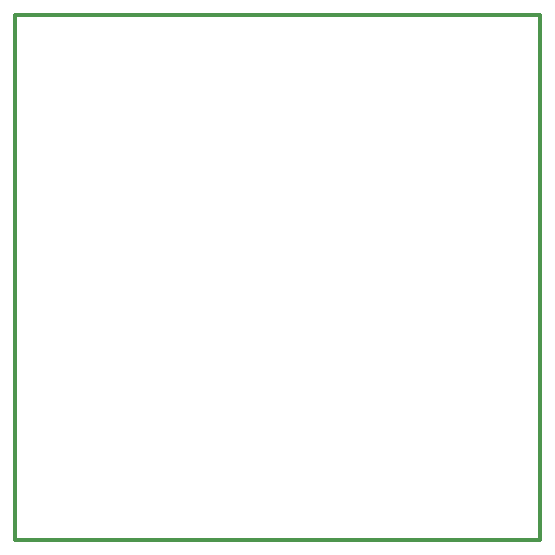
<source format=gbr>
G04 start of page 6 for group 4 idx 4 *
G04 Title: logic, outline *
G04 Creator: pcb 20091103 *
G04 CreationDate: Wed 28 Apr 2010 01:03:10 AM GMT UTC *
G04 For: srussell *
G04 Format: Gerber/RS-274X *
G04 PCB-Dimensions: 175000 175000 *
G04 PCB-Coordinate-Origin: lower left *
%MOIN*%
%FSLAX25Y25*%
%LNOUTLINE*%
%ADD11C,0.0140*%
G54D11*X0Y175000D02*X175000D01*
X0Y0D02*Y175000D01*
X175000Y0D02*X0D01*
X175000Y175000D02*Y0D01*
M02*

</source>
